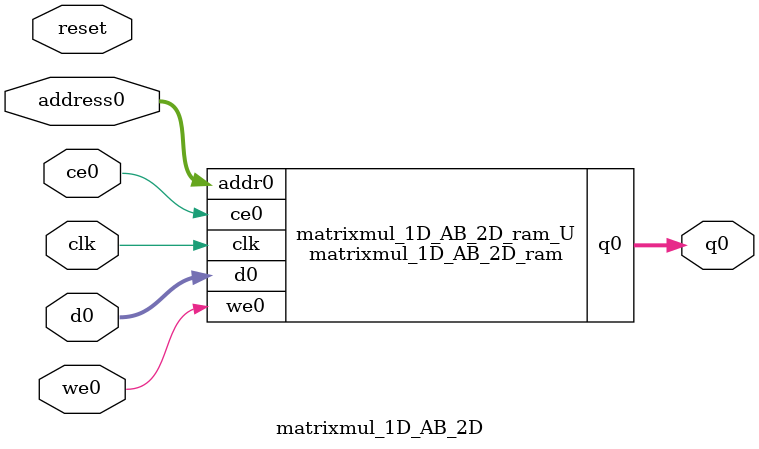
<source format=v>

`timescale 1 ns / 1 ps
module matrixmul_1D_AB_2D_ram (addr0, ce0, d0, we0, q0,  clk);

parameter DWIDTH = 19;
parameter AWIDTH = 14;
parameter MEM_SIZE = 16384;

input[AWIDTH-1:0] addr0;
input ce0;
input[DWIDTH-1:0] d0;
input we0;
output reg[DWIDTH-1:0] q0;
input clk;

(* ram_style = "block" *)reg [DWIDTH-1:0] ram[0:MEM_SIZE-1];




always @(posedge clk)  
begin 
    if (ce0) 
    begin
        if (we0) 
        begin 
            ram[addr0] <= d0; 
            q0 <= d0;
        end 
        else 
            q0 <= ram[addr0];
    end
end


endmodule


`timescale 1 ns / 1 ps
module matrixmul_1D_AB_2D(
    reset,
    clk,
    address0,
    ce0,
    we0,
    d0,
    q0);

parameter DataWidth = 32'd19;
parameter AddressRange = 32'd16384;
parameter AddressWidth = 32'd14;
input reset;
input clk;
input[AddressWidth - 1:0] address0;
input ce0;
input we0;
input[DataWidth - 1:0] d0;
output[DataWidth - 1:0] q0;



matrixmul_1D_AB_2D_ram matrixmul_1D_AB_2D_ram_U(
    .clk( clk ),
    .addr0( address0 ),
    .ce0( ce0 ),
    .we0( we0 ),
    .d0( d0 ),
    .q0( q0 ));

endmodule


</source>
